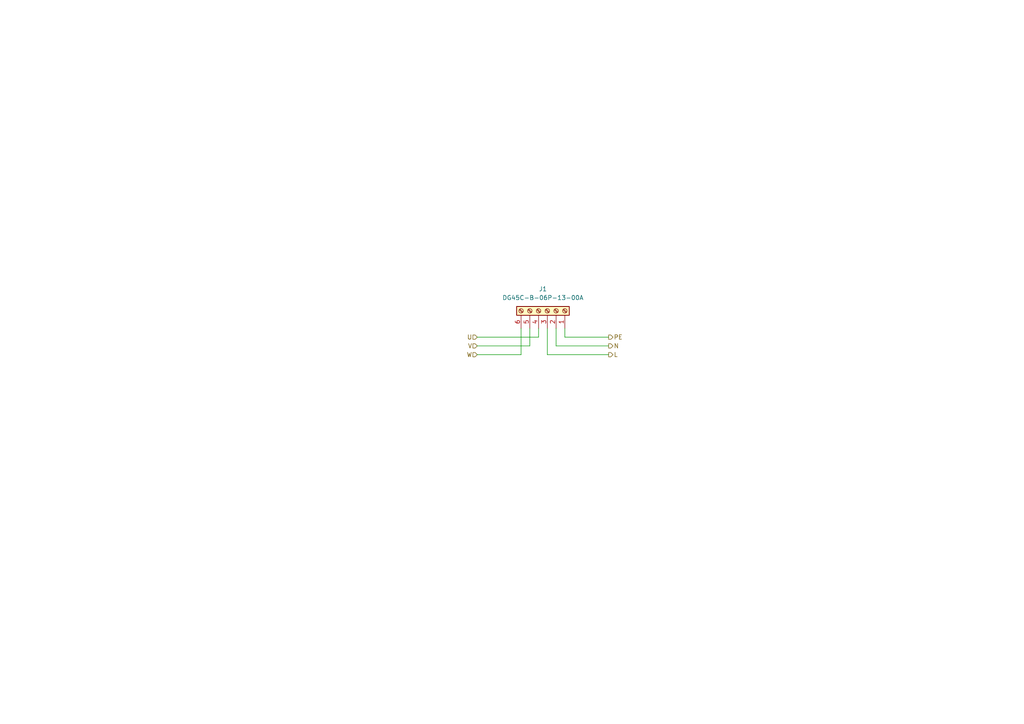
<source format=kicad_sch>
(kicad_sch (version 20231120) (generator "eeschema") (generator_version "8.0")
  (paper "A4")
  (lib_symbols
    (symbol "Connector:Screw_Terminal_01x06" (pin_names (offset 1.016) hide)
      (property "Reference" "J" (at 0 7.62 0))
      (property "Value" "Screw_Terminal_01x06" (at 0 -10.16 0))
      (symbol "Screw_Terminal_01x06_1_1"
        (rectangle (start -1.27 6.35) (end 1.27 -8.89) (stroke (width 0.254)) (fill (type background)))
        (circle (center 0 -7.62) (radius 0.635) (stroke (width 0.1524)))
        (circle (center 0 -5.08) (radius 0.635) (stroke (width 0.1524)))
        (circle (center 0 -2.54) (radius 0.635) (stroke (width 0.1524)))
        (polyline (pts (xy -0.5334 -7.2898) (xy 0.3302 -8.128)) (stroke (width 0.1524)))
        (polyline (pts (xy -0.5334 -4.7498) (xy 0.3302 -5.588)) (stroke (width 0.1524)))
        (polyline (pts (xy -0.5334 -2.2098) (xy 0.3302 -3.048)) (stroke (width 0.1524)))
        (polyline (pts (xy -0.5334 0.3302) (xy 0.3302 -0.508)) (stroke (width 0.1524)))
        (polyline (pts (xy -0.5334 2.8702) (xy 0.3302 2.032)) (stroke (width 0.1524)))
        (polyline (pts (xy -0.5334 5.4102) (xy 0.3302 4.572)) (stroke (width 0.1524)))
        (polyline (pts (xy -0.3556 -7.112) (xy 0.508 -7.9502)) (stroke (width 0.1524)))
        (polyline (pts (xy -0.3556 -4.572) (xy 0.508 -5.4102)) (stroke (width 0.1524)))
        (polyline (pts (xy -0.3556 -2.032) (xy 0.508 -2.8702)) (stroke (width 0.1524)))
        (polyline (pts (xy -0.3556 0.508) (xy 0.508 -0.3302)) (stroke (width 0.1524)))
        (polyline (pts (xy -0.3556 3.048) (xy 0.508 2.2098)) (stroke (width 0.1524)))
        (polyline (pts (xy -0.3556 5.588) (xy 0.508 4.7498)) (stroke (width 0.1524)))
        (circle (center 0 0) (radius 0.635) (stroke (width 0.1524)))
        (circle (center 0 2.54) (radius 0.635) (stroke (width 0.1524)))
        (circle (center 0 5.08) (radius 0.635) (stroke (width 0.1524)))
        (pin passive line (at -5.08 5.08 0) (length 3.81) (name "Pin_1") (number "1"))
        (pin passive line (at -5.08 2.54 0) (length 3.81) (name "Pin_2") (number "2"))
        (pin passive line (at -5.08 0 0) (length 3.81) (name "Pin_3") (number "3"))
        (pin passive line (at -5.08 -2.54 0) (length 3.81) (name "Pin_4") (number "4"))
        (pin passive line (at -5.08 -5.08 0) (length 3.81) (name "Pin_5") (number "5"))
        (pin passive line (at -5.08 -7.62 0) (length 3.81) (name "Pin_6") (number "6"))
      )
    )
  )
  (wire (pts (xy 176.53 97.79) (xy 163.83 97.79)))
  (wire (pts (xy 158.75 102.87) (xy 158.75 95.25)))
  (wire (pts (xy 138.43 97.79) (xy 156.21 97.79)))
  (wire (pts (xy 153.67 100.33) (xy 153.67 95.25)))
  (wire (pts (xy 156.21 97.79) (xy 156.21 95.25)))
  (wire (pts (xy 176.53 100.33) (xy 161.29 100.33)))
  (wire (pts (xy 138.43 102.87) (xy 151.13 102.87)))
  (wire (pts (xy 138.43 100.33) (xy 153.67 100.33)))
  (wire (pts (xy 151.13 102.87) (xy 151.13 95.25)))
  (wire (pts (xy 163.83 97.79) (xy 163.83 95.25)))
  (wire (pts (xy 161.29 100.33) (xy 161.29 95.25)))
  (wire (pts (xy 176.53 102.87) (xy 158.75 102.87)))
  (hierarchical_label "U" (shape input) (at 138.43 97.79 180))
  (hierarchical_label "N" (shape output) (at 176.53 100.33 0))
  (hierarchical_label "PE" (shape output) (at 176.53 97.79 0))
  (hierarchical_label "L" (shape output) (at 176.53 102.87 0))
  (hierarchical_label "W" (shape input) (at 138.43 102.87 180))
  (hierarchical_label "V" (shape input) (at 138.43 100.33 180))
  (symbol (lib_id "Connector:Screw_Terminal_01x06") (at 158.75 90.17 270) (mirror x) (unit 1)
    (property "Reference" "J1" (at 157.48 83.82 90))
    (property "Value" "DG45C-B-06P-13-00A" (at 157.48 86.36 90))
    (property "Footprint" "main:DG45C-B-06P-13-00A" (effects (hide yes)))
    (property "Datasheet" "https://www.platan.ru/cgi-bin/qwery.pl/id=2010007888" (effects (hide yes)))
    (property "Description" "Generic screw terminal, single row, 01x06, script generated (kicad-library-utils/schlib/autogen/connector/)" (effects (hide yes)))
  )
)
</source>
